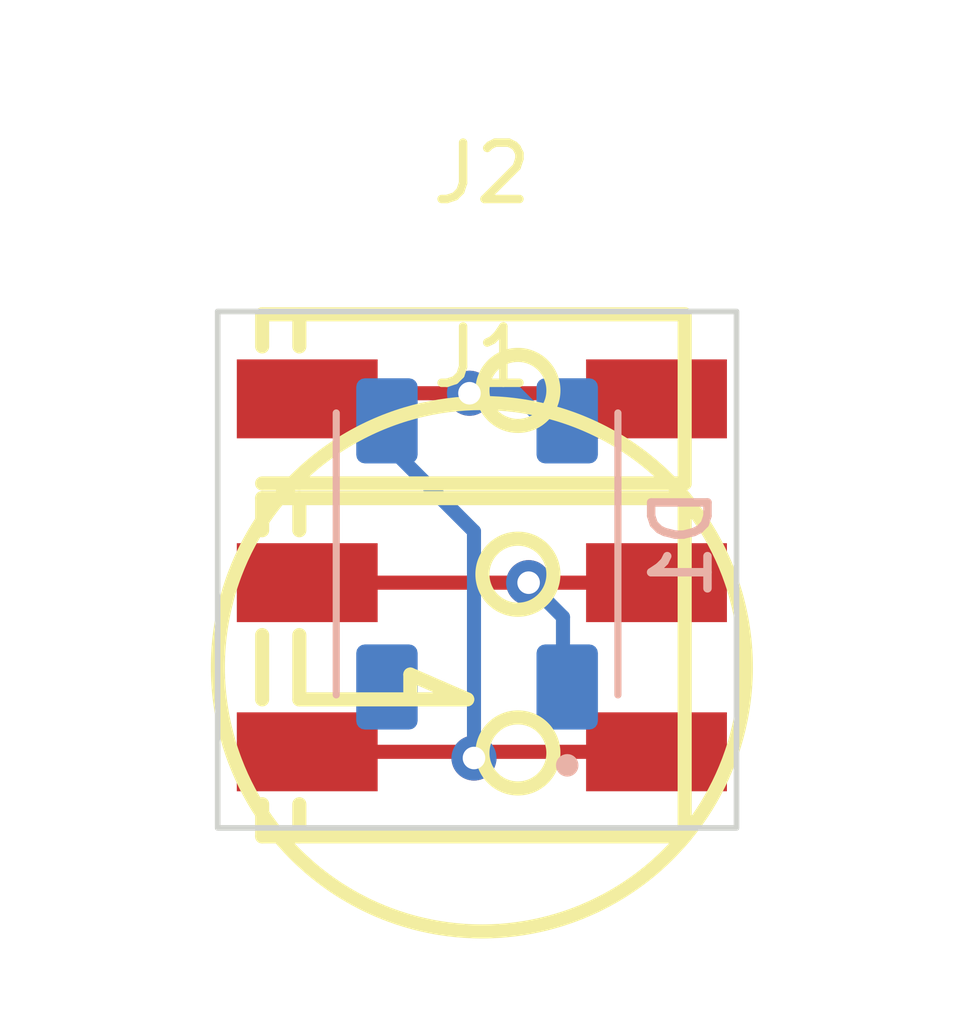
<source format=kicad_pcb>
(kicad_pcb (version 20221018) (generator pcbnew)
  (layers (0 "F.Cu" signal) (31 "B.Cu" signal) (34 "B.Paste" user) (35 "F.Paste" user) (36 "B.SilkS" user "B.Silkscreen") (37 "F.SilkS" user "F.Silkscreen") (38 "B.Mask" user) (39 "F.Mask" user) (44 "Edge.Cuts" user))
  (net 0 "")
  (net 1 "Net-(D1-DIN)")
  (net 2 "Net-(D1-VDD)")
  (net 3 "Net-(D1-VSS)")
  (footprint "easyeda2kicad:CONN-SMD_2059-302" (layer "F.Cu") (at 170.77 92.66)
    (fp_text reference "J1" (at 0 -5.5) (layer "F.SilkS"))
    (fp_text value "Screw_Terminal_01x02")
    (fp_line (start -3.9 -3) (end -3.9 -2.43) (stroke (width 0.25)) (layer "F.SilkS"))
    (fp_line (start -3.9 -3) (end -3.24 -3) (stroke (width 0.25)) (layer "F.SilkS"))
    (fp_line (start -3.9 -0.57) (end -3.9 0.57) (stroke (width 0.25)) (layer "F.SilkS"))
    (fp_line (start -3.9 2.43) (end -3.9 3) (stroke (width 0.25)) (layer "F.SilkS"))
    (fp_line (start -3.24 -3) (end -3.24 -2.43) (stroke (width 0.25)) (layer "F.SilkS"))
    (fp_line (start -3.24 -3) (end 3.6 -3) (stroke (width 0.25)) (layer "F.SilkS"))
    (fp_line (start -3.24 -0.57) (end -3.24 0.57) (stroke (width 0.25)) (layer "F.SilkS"))
    (fp_line (start -3.24 0.57) (end -0.26 0.57) (stroke (width 0.25)) (layer "F.SilkS"))
    (fp_line (start -3.24 2.43) (end -3.24 3) (stroke (width 0.25)) (layer "F.SilkS"))
    (fp_line (start -1.27 0.13) (end -1.27 0.51) (stroke (width 0.25)) (layer "F.SilkS"))
    (fp_line (start -0.26 0.57) (end -1.27 0.13) (stroke (width 0.25)) (layer "F.SilkS"))
    (fp_line (start 3.6 -3) (end 3.6 3) (stroke (width 0.25)) (layer "F.SilkS"))
    (fp_line (start 3.6 3) (end -3.9 3) (stroke (width 0.25)) (layer "F.SilkS"))
    (fp_arc (start 3.6 -3) (mid -3.6 3) (end 3.6 -3) (stroke (width 0.25)) (layer "F.SilkS"))
    (fp_circle (center 0.64 -1.65) (end 1.27 -1.65) (stroke (width 0.25)) (fill none) (layer "F.SilkS"))
    (fp_circle (center 0.64 1.52) (end 1.27 1.52) (stroke (width 0.25)) (fill none) (layer "F.SilkS"))
    (pad "1" smd rect (at -3.1 -1.5 90) (size 1.4 2.5) (layers "F.Cu" "F.Paste" "F.Mask") (net 2 "Net-(D1-VDD)"))
    (pad "1" smd rect (at 3.1 -1.5 90) (size 1.4 2.5) (layers "F.Cu" "F.Paste" "F.Mask") (net 2 "Net-(D1-VDD)"))
    (pad "2" smd rect (at -3.1 1.5 90) (size 1.4 2.5) (layers "F.Cu" "F.Paste" "F.Mask") (net 3 "Net-(D1-VSS)"))
    (pad "2" smd rect (at 3.1 1.5 90) (size 1.4 2.5) (layers "F.Cu" "F.Paste" "F.Mask") (net 3 "Net-(D1-VSS)"))
  )
  (footprint "easyeda2kicad:CONN-SMD_custom1" (layer "F.Cu") (at 170.77 89.4)
    (fp_text reference "J2" (at 0 -5.5) (layer "F.SilkS"))
    (fp_text value "Screw_Terminal_01x01")
    (fp_line (start -3.9 -3) (end -3.9 -2.43) (stroke (width 0.25)) (layer "F.SilkS"))
    (fp_line (start -3.9 -3) (end -3.24 -3) (stroke (width 0.25)) (layer "F.SilkS"))
    (fp_line (start -3.24 -3) (end -3.24 -2.43) (stroke (width 0.25)) (layer "F.SilkS"))
    (fp_line (start -3.24 -3) (end 3.6 -3) (stroke (width 0.25)) (layer "F.SilkS"))
    (fp_line (start 3.6 -3) (end 3.6 0) (stroke (width 0.25)) (layer "F.SilkS"))
    (fp_line (start 3.6 0) (end -3.9 0) (stroke (width 0.25)) (layer "F.SilkS"))
    (fp_circle (center 0.64 -1.65) (end 1.27 -1.65) (stroke (width 0.25)) (fill none) (layer "F.SilkS"))
    (pad "1" smd rect (at -3.1 -1.5 90) (size 1.4 2.5) (layers "F.Cu" "F.Paste" "F.Mask") (net 1 "Net-(D1-DIN)"))
    (pad "1" smd rect (at 3.1 -1.5 90) (size 1.4 2.5) (layers "F.Cu" "F.Paste" "F.Mask") (net 1 "Net-(D1-DIN)"))
  )
  (footprint "easyeda2kicad:SOL320P540X170-4N" (layer "B.Cu") (at 170.685 90.65 90)
    (fp_text reference "D1" (at 0.175 3.635 90) (layer "B.SilkS") (effects (justify mirror)))
    (fp_text value "2758")
    (fp_line (start -2.5 -2.5) (end 2.5 -2.5) (stroke (width 0.127)) (layer "B.SilkS"))
    (fp_line (start 2.5 2.5) (end -2.5 2.5) (stroke (width 0.127)) (layer "B.SilkS"))
    (fp_circle (center -3.75 1.6) (end -3.65 1.6) (stroke (width 0.2)) (fill none) (layer "B.SilkS"))
    (pad "1" smd roundrect (at -2.36 1.6 90) (size 1.51 1.09) (layers "B.Cu" "B.Paste" "B.Mask") (roundrect_rratio 0.14) (net 2 "Net-(D1-VDD)"))
    (pad "2" smd roundrect (at -2.36 -1.6 90) (size 1.51 1.09) (layers "B.Cu" "B.Paste" "B.Mask") (roundrect_rratio 0.14))
    (pad "3" smd roundrect (at 2.36 -1.6 90) (size 1.51 1.09) (layers "B.Cu" "B.Paste" "B.Mask") (roundrect_rratio 0.14) (net 3 "Net-(D1-VSS)"))
    (pad "4" smd roundrect (at 2.36 1.6 90) (size 1.51 1.09) (layers "B.Cu" "B.Paste" "B.Mask") (roundrect_rratio 0.14) (net 1 "Net-(D1-DIN)"))
  )
  (gr_rect (start 166.08 86.35) (end 175.29 95.51) (stroke (width 0.1)) (fill none) (layer "Edge.Cuts"))
  (segment (start 173.79 87.8) (end 170.55 87.8) (width 0.25) (layer "F.Cu") (net 1))
  (segment (start 167.59 87.8) (end 170.55 87.8) (width 0.25) (layer "F.Cu") (net 1))
  (via (at 170.55 87.8) (size 0.8) (drill 0.4) (layers "F.Cu" "B.Cu") (net 1))
  (segment (start 170.55 87.8) (end 171.38 87.8) (width 0.25) (layer "B.Cu") (net 1))
  (segment (start 171.38 87.8) (end 172.21 88.63) (width 0.25) (layer "B.Cu") (net 1))
  (segment (start 171.6 91.16) (end 173.87 91.16) (width 0.25) (layer "F.Cu") (net 2))
  (segment (start 171.6 91.16) (end 167.67 91.16) (width 0.25) (layer "F.Cu") (net 2))
  (segment (start 167.6 90.69) (end 167.61 90.68) (width 0.25) (layer "F.Cu") (net 2))
  (via (at 171.6 91.16) (size 0.8) (drill 0.4) (layers "F.Cu" "B.Cu") (net 2))
  (segment (start 172.21 91.77) (end 172.21 93.35) (width 0.25) (layer "B.Cu") (net 2))
  (segment (start 171.6 91.16) (end 172.21 91.77) (width 0.25) (layer "B.Cu") (net 2))
  (segment (start 170.52 94.16) (end 167.67 94.16) (width 0.25) (layer "F.Cu") (net 3))
  (segment (start 173.87 94.16) (end 170.74 94.16) (width 0.25) (layer "F.Cu") (net 3))
  (segment (start 170.63 94.27) (end 170.52 94.16) (width 0.25) (layer "F.Cu") (net 3))
  (segment (start 170.74 94.16) (end 170.63 94.27) (width 0.25) (layer "F.Cu") (net 3))
  (via (at 170.63 94.27) (size 0.8) (drill 0.4) (layers "F.Cu" "B.Cu") (net 3))
  (segment (start 169.01 88.63) (end 170.63 90.25) (width 0.25) (layer "B.Cu") (net 3))
  (segment (start 170.63 90.25) (end 170.63 94.27) (width 0.25) (layer "B.Cu") (net 3))
  (segment (start 170.63 94.27) (end 170.63 94.15) (width 0.25) (layer "B.Cu") (net 3))
)
</source>
